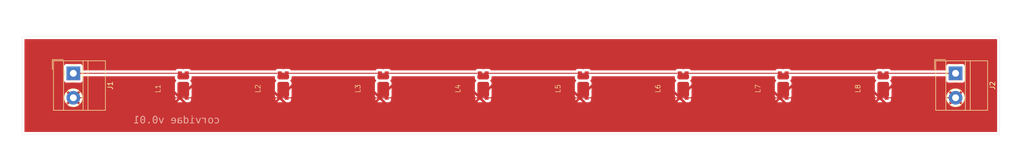
<source format=kicad_pcb>
(kicad_pcb (version 20240108) (generator "pcbnew") (generator_version "8.0")
  (layers (0 "F.Cu" signal) (31 "B.Cu" signal) (34 "B.Paste" user) (35 "F.Paste" user) (36 "B.SilkS" user "B.Silkscreen") (37 "F.SilkS" user "F.Silkscreen") (38 "B.Mask" user) (39 "F.Mask" user) (44 "Edge.Cuts" user))
  (net 0 "")
  (net 1 "+3.3V")
  (net 2 "GND")
  (footprint "TerminalBlock_MetzConnect:TerminalBlock_MetzConnect_Type011_RT05502HBWC_1x02_P5.00mm_Horizontal" (layer "F.Cu") (at 250.5 51 -90)
    (property "Reference" "J2" (at 2.5 -7.56 90) (layer "F.SilkS"))
    (property "Value" "Screw_Terminal_01x02")
    (fp_line (start -2.8 4.3) (end -0.8 4.3) (stroke (width 0.12)) (layer "F.SilkS"))
    (fp_line (start -2.56 4.06) (end 7.56 4.06) (stroke (width 0.12)) (layer "F.SilkS"))
    (fp_line (start -2.8 2.06) (end -2.8 4.3) (stroke (width 0.12)) (layer "F.SilkS"))
    (fp_line (start -2.56 2) (end 7.56 2) (stroke (width 0.12)) (layer "F.SilkS"))
    (fp_line (start 3.892 1.325) (end 3.868 1.35) (stroke (width 0.12)) (layer "F.SilkS"))
    (fp_line (start 3.7 1.083) (end 3.65 1.133) (stroke (width 0.12)) (layer "F.SilkS"))
    (fp_line (start 6.35 -1.133) (end 6.301 -1.083) (stroke (width 0.12)) (layer "F.SilkS"))
    (fp_line (start 6.133 -1.35) (end 6.108 -1.326) (stroke (width 0.12)) (layer "F.SilkS"))
    (fp_line (start -2.56 -2) (end 7.56 -2) (stroke (width 0.12)) (layer "F.SilkS"))
    (fp_line (start -2.56 -3) (end 7.56 -3) (stroke (width 0.12)) (layer "F.SilkS"))
    (fp_line (start -2.56 -6.56) (end -2.56 4.06) (stroke (width 0.12)) (layer "F.SilkS"))
    (fp_line (start -2.56 -6.56) (end 7.56 -6.56) (stroke (width 0.12)) (layer "F.SilkS"))
    (fp_line (start 7.56 -6.56) (end 7.56 4.06) (stroke (width 0.12)) (layer "F.SilkS"))
    (fp_arc (start 0.030814 1.78039) (mid -0.340023 1.747891) (end -0.696 1.639) (stroke (width 0.12)) (layer "F.SilkS"))
    (fp_arc (start 0.695501 1.638499) (mid 0.354875 1.744266) (end 0 1.78) (stroke (width 0.12)) (layer "F.SilkS"))
    (fp_arc (start -1.639206 0.695516) (mid -1.780657 -0.000263) (end -1.639 -0.696) (stroke (width 0.12)) (layer "F.SilkS"))
    (fp_arc (start 1.639206 -0.695516) (mid 1.780657 0.000263) (end 1.639 0.696) (stroke (width 0.12)) (layer "F.SilkS"))
    (fp_arc (start -0.695516 -1.639206) (mid 0.000263 -1.780657) (end 0.696 -1.639) (stroke (width 0.12)) (layer "F.SilkS"))
    (fp_circle (center 5 0) (end 6.78 0) (stroke (width 0.12)) (fill none) (layer "F.SilkS"))
    (pad "1" thru_hole rect (at 0 0 270) (size 2.8 2.8) (drill 1.4) (layers "*.Cu" "*.Mask") (net 1 "+3.3V"))
    (pad "2" thru_hole circle (at 5 0 270) (size 2.8 2.8) (drill 1.4) (layers "*.Cu" "*.Mask") (net 2 "GND"))
  )
  (footprint "dlaw:LED 5630" (layer "F.Cu") (at 153.864284 54.31 90)
    (property "Reference" "L4" (at 0.18 -5.18 90) (layer "F.SilkS") (effects (font (thickness 0.1))))
    (property "Value" "~")
    (pad "1" smd custom (at 3.31 -0.69 90) (size 0.8 0.8) (layers "F.Cu" "F.Paste" "F.Mask") (net 1 "+3.3V") (options (clearance outline) (anchor rect)) (primitives (gr_poly (pts (xy -1.25 -0.23) (xy -0.97 -0.51) (xy -0.41 -0.51) (xy -0.13 -0.23) (xy -0.13 1.61) (xy -0.41 1.89) (xy -0.97 1.89) (xy -1.25 1.61)) (width 0) (fill yes)) (gr_poly (pts (xy -0.4 0.98) (xy 0.4 0.98) (xy 0.4 1.78) (xy -0.4 1.78)) (width 0) (fill yes))))
    (pad "3" smd custom (at -1.7 -0.69 90) (size 0.8 0.8) (layers "F.Cu" "F.Paste" "F.Mask") (net 2 "GND") (options (clearance outline) (anchor rect)) (primitives (gr_poly (pts (xy 0.14 -0.222) (xy 0.428 -0.51) (xy 2.972 -0.51) (xy 3.26 -0.222) (xy 3.26 1.602) (xy 2.972 1.89) (xy 0.428 1.89) (xy 0.14 1.602)) (width 0) (fill yes)) (gr_poly (pts (xy -0.4 0.98) (xy 0.4 0.98) (xy 0.4 1.78) (xy -0.4 1.78)) (width 0) (fill yes))))
  )
  (footprint "dlaw:LED 5630" (layer "F.Cu") (at 174.320712 54.31 90)
    (property "Reference" "L5" (at 0.18 -5.18 90) (layer "F.SilkS") (effects (font (thickness 0.1))))
    (property "Value" "~")
    (pad "1" smd custom (at 3.31 -0.69 90) (size 0.8 0.8) (layers "F.Cu" "F.Paste" "F.Mask") (net 1 "+3.3V") (options (clearance outline) (anchor rect)) (primitives (gr_poly (pts (xy -1.25 -0.23) (xy -0.97 -0.51) (xy -0.41 -0.51) (xy -0.13 -0.23) (xy -0.13 1.61) (xy -0.41 1.89) (xy -0.97 1.89) (xy -1.25 1.61)) (width 0) (fill yes)) (gr_poly (pts (xy -0.4 0.98) (xy 0.4 0.98) (xy 0.4 1.78) (xy -0.4 1.78)) (width 0) (fill yes))))
    (pad "3" smd custom (at -1.7 -0.69 90) (size 0.8 0.8) (layers "F.Cu" "F.Paste" "F.Mask") (net 2 "GND") (options (clearance outline) (anchor rect)) (primitives (gr_poly (pts (xy 0.14 -0.222) (xy 0.428 -0.51) (xy 2.972 -0.51) (xy 3.26 -0.222) (xy 3.26 1.602) (xy 2.972 1.89) (xy 0.428 1.89) (xy 0.14 1.602)) (width 0) (fill yes)) (gr_poly (pts (xy -0.4 0.98) (xy 0.4 0.98) (xy 0.4 1.78) (xy -0.4 1.78)) (width 0) (fill yes))))
  )
  (footprint "dlaw:LED 5630" (layer "F.Cu") (at 194.77714 54.31 90)
    (property "Reference" "L6" (at 0.18 -5.18 90) (layer "F.SilkS") (effects (font (thickness 0.1))))
    (property "Value" "~")
    (pad "1" smd custom (at 3.31 -0.69 90) (size 0.8 0.8) (layers "F.Cu" "F.Paste" "F.Mask") (net 1 "+3.3V") (options (clearance outline) (anchor rect)) (primitives (gr_poly (pts (xy -1.25 -0.23) (xy -0.97 -0.51) (xy -0.41 -0.51) (xy -0.13 -0.23) (xy -0.13 1.61) (xy -0.41 1.89) (xy -0.97 1.89) (xy -1.25 1.61)) (width 0) (fill yes)) (gr_poly (pts (xy -0.4 0.98) (xy 0.4 0.98) (xy 0.4 1.78) (xy -0.4 1.78)) (width 0) (fill yes))))
    (pad "3" smd custom (at -1.7 -0.69 90) (size 0.8 0.8) (layers "F.Cu" "F.Paste" "F.Mask") (net 2 "GND") (options (clearance outline) (anchor rect)) (primitives (gr_poly (pts (xy 0.14 -0.222) (xy 0.428 -0.51) (xy 2.972 -0.51) (xy 3.26 -0.222) (xy 3.26 1.602) (xy 2.972 1.89) (xy 0.428 1.89) (xy 0.14 1.602)) (width 0) (fill yes)) (gr_poly (pts (xy -0.4 0.98) (xy 0.4 0.98) (xy 0.4 1.78) (xy -0.4 1.78)) (width 0) (fill yes))))
  )
  (footprint "dlaw:LED 5630" (layer "F.Cu") (at 133.407856 54.31 90)
    (property "Reference" "L3" (at 0.18 -5.18 90) (layer "F.SilkS") (effects (font (thickness 0.1))))
    (property "Value" "~")
    (pad "1" smd custom (at 3.31 -0.69 90) (size 0.8 0.8) (layers "F.Cu" "F.Paste" "F.Mask") (net 1 "+3.3V") (options (clearance outline) (anchor rect)) (primitives (gr_poly (pts (xy -1.25 -0.23) (xy -0.97 -0.51) (xy -0.41 -0.51) (xy -0.13 -0.23) (xy -0.13 1.61) (xy -0.41 1.89) (xy -0.97 1.89) (xy -1.25 1.61)) (width 0) (fill yes)) (gr_poly (pts (xy -0.4 0.98) (xy 0.4 0.98) (xy 0.4 1.78) (xy -0.4 1.78)) (width 0) (fill yes))))
    (pad "3" smd custom (at -1.7 -0.69 90) (size 0.8 0.8) (layers "F.Cu" "F.Paste" "F.Mask") (net 2 "GND") (options (clearance outline) (anchor rect)) (primitives (gr_poly (pts (xy 0.14 -0.222) (xy 0.428 -0.51) (xy 2.972 -0.51) (xy 3.26 -0.222) (xy 3.26 1.602) (xy 2.972 1.89) (xy 0.428 1.89) (xy 0.14 1.602)) (width 0) (fill yes)) (gr_poly (pts (xy -0.4 0.98) (xy 0.4 0.98) (xy 0.4 1.78) (xy -0.4 1.78)) (width 0) (fill yes))))
  )
  (footprint "dlaw:LED 5630" (layer "F.Cu") (at 112.951428 54.31 90)
    (property "Reference" "L2" (at 0.18 -5.18 90) (layer "F.SilkS") (effects (font (thickness 0.1))))
    (property "Value" "~")
    (pad "1" smd custom (at 3.31 -0.69 90) (size 0.8 0.8) (layers "F.Cu" "F.Paste" "F.Mask") (net 1 "+3.3V") (options (clearance outline) (anchor rect)) (primitives (gr_poly (pts (xy -1.25 -0.23) (xy -0.97 -0.51) (xy -0.41 -0.51) (xy -0.13 -0.23) (xy -0.13 1.61) (xy -0.41 1.89) (xy -0.97 1.89) (xy -1.25 1.61)) (width 0) (fill yes)) (gr_poly (pts (xy -0.4 0.98) (xy 0.4 0.98) (xy 0.4 1.78) (xy -0.4 1.78)) (width 0) (fill yes))))
    (pad "3" smd custom (at -1.7 -0.69 90) (size 0.8 0.8) (layers "F.Cu" "F.Paste" "F.Mask") (net 2 "GND") (options (clearance outline) (anchor rect)) (primitives (gr_poly (pts (xy 0.14 -0.222) (xy 0.428 -0.51) (xy 2.972 -0.51) (xy 3.26 -0.222) (xy 3.26 1.602) (xy 2.972 1.89) (xy 0.428 1.89) (xy 0.14 1.602)) (width 0) (fill yes)) (gr_poly (pts (xy -0.4 0.98) (xy 0.4 0.98) (xy 0.4 1.78) (xy -0.4 1.78)) (width 0) (fill yes))))
  )
  (footprint "dlaw:LED 5630" (layer "F.Cu") (at 235.69 54.31 90)
    (property "Reference" "L8" (at 0.18 -5.18 90) (layer "F.SilkS") (effects (font (thickness 0.1))))
    (property "Value" "~")
    (pad "1" smd custom (at 3.31 -0.69 90) (size 0.8 0.8) (layers "F.Cu" "F.Paste" "F.Mask") (net 1 "+3.3V") (options (clearance outline) (anchor rect)) (primitives (gr_poly (pts (xy -1.25 -0.23) (xy -0.97 -0.51) (xy -0.41 -0.51) (xy -0.13 -0.23) (xy -0.13 1.61) (xy -0.41 1.89) (xy -0.97 1.89) (xy -1.25 1.61)) (width 0) (fill yes)) (gr_poly (pts (xy -0.4 0.98) (xy 0.4 0.98) (xy 0.4 1.78) (xy -0.4 1.78)) (width 0) (fill yes))))
    (pad "3" smd custom (at -1.7 -0.69 90) (size 0.8 0.8) (layers "F.Cu" "F.Paste" "F.Mask") (net 2 "GND") (options (clearance outline) (anchor rect)) (primitives (gr_poly (pts (xy 0.14 -0.222) (xy 0.428 -0.51) (xy 2.972 -0.51) (xy 3.26 -0.222) (xy 3.26 1.602) (xy 2.972 1.89) (xy 0.428 1.89) (xy 0.14 1.602)) (width 0) (fill yes)) (gr_poly (pts (xy -0.4 0.98) (xy 0.4 0.98) (xy 0.4 1.78) (xy -0.4 1.78)) (width 0) (fill yes))))
  )
  (footprint "dlaw:LED 5630" (layer "F.Cu") (at 215.233568 54.31 90)
    (property "Reference" "L7" (at 0.18 -5.18 90) (layer "F.SilkS") (effects (font (thickness 0.1))))
    (property "Value" "~")
    (pad "1" smd custom (at 3.31 -0.69 90) (size 0.8 0.8) (layers "F.Cu" "F.Paste" "F.Mask") (net 1 "+3.3V") (options (clearance outline) (anchor rect)) (primitives (gr_poly (pts (xy -1.25 -0.23) (xy -0.97 -0.51) (xy -0.41 -0.51) (xy -0.13 -0.23) (xy -0.13 1.61) (xy -0.41 1.89) (xy -0.97 1.89) (xy -1.25 1.61)) (width 0) (fill yes)) (gr_poly (pts (xy -0.4 0.98) (xy 0.4 0.98) (xy 0.4 1.78) (xy -0.4 1.78)) (width 0) (fill yes))))
    (pad "3" smd custom (at -1.7 -0.69 90) (size 0.8 0.8) (layers "F.Cu" "F.Paste" "F.Mask") (net 2 "GND") (options (clearance outline) (anchor rect)) (primitives (gr_poly (pts (xy 0.14 -0.222) (xy 0.428 -0.51) (xy 2.972 -0.51) (xy 3.26 -0.222) (xy 3.26 1.602) (xy 2.972 1.89) (xy 0.428 1.89) (xy 0.14 1.602)) (width 0) (fill yes)) (gr_poly (pts (xy -0.4 0.98) (xy 0.4 0.98) (xy 0.4 1.78) (xy -0.4 1.78)) (width 0) (fill yes))))
  )
  (footprint "dlaw:LED 5630" (layer "F.Cu") (at 92.495 54.31 90)
    (property "Reference" "L1" (at 0.18 -5.18 90) (layer "F.SilkS") (effects (font (thickness 0.1))))
    (property "Value" "~")
    (pad "1" smd custom (at 3.31 -0.69 90) (size 0.8 0.8) (layers "F.Cu" "F.Paste" "F.Mask") (net 1 "+3.3V") (options (clearance outline) (anchor rect)) (primitives (gr_poly (pts (xy -1.25 -0.23) (xy -0.97 -0.51) (xy -0.41 -0.51) (xy -0.13 -0.23) (xy -0.13 1.61) (xy -0.41 1.89) (xy -0.97 1.89) (xy -1.25 1.61)) (width 0) (fill yes)) (gr_poly (pts (xy -0.4 0.98) (xy 0.4 0.98) (xy 0.4 1.78) (xy -0.4 1.78)) (width 0) (fill yes))))
    (pad "3" smd custom (at -1.7 -0.69 90) (size 0.8 0.8) (layers "F.Cu" "F.Paste" "F.Mask") (net 2 "GND") (options (clearance outline) (anchor rect)) (primitives (gr_poly (pts (xy 0.14 -0.222) (xy 0.428 -0.51) (xy 2.972 -0.51) (xy 3.26 -0.222) (xy 3.26 1.602) (xy 2.972 1.89) (xy 0.428 1.89) (xy 0.14 1.602)) (width 0) (fill yes)) (gr_poly (pts (xy -0.4 0.98) (xy 0.4 0.98) (xy 0.4 1.78) (xy -0.4 1.78)) (width 0) (fill yes))))
  )
  (footprint "TerminalBlock_MetzConnect:TerminalBlock_MetzConnect_Type011_RT05502HBWC_1x02_P5.00mm_Horizontal" (layer "F.Cu") (at 70 51 -90)
    (property "Reference" "J1" (at 2.5 -7.56 90) (layer "F.SilkS"))
    (property "Value" "Screw_Terminal_01x02")
    (fp_line (start -2.8 4.3) (end -0.8 4.3) (stroke (width 0.12)) (layer "F.SilkS"))
    (fp_line (start -2.56 4.06) (end 7.56 4.06) (stroke (width 0.12)) (layer "F.SilkS"))
    (fp_line (start -2.8 2.06) (end -2.8 4.3) (stroke (width 0.12)) (layer "F.SilkS"))
    (fp_line (start -2.56 2) (end 7.56 2) (stroke (width 0.12)) (layer "F.SilkS"))
    (fp_line (start 3.892 1.325) (end 3.868 1.35) (stroke (width 0.12)) (layer "F.SilkS"))
    (fp_line (start 3.7 1.083) (end 3.65 1.133) (stroke (width 0.12)) (layer "F.SilkS"))
    (fp_line (start 6.35 -1.133) (end 6.301 -1.083) (stroke (width 0.12)) (layer "F.SilkS"))
    (fp_line (start 6.133 -1.35) (end 6.108 -1.326) (stroke (width 0.12)) (layer "F.SilkS"))
    (fp_line (start -2.56 -2) (end 7.56 -2) (stroke (width 0.12)) (layer "F.SilkS"))
    (fp_line (start -2.56 -3) (end 7.56 -3) (stroke (width 0.12)) (layer "F.SilkS"))
    (fp_line (start -2.56 -6.56) (end -2.56 4.06) (stroke (width 0.12)) (layer "F.SilkS"))
    (fp_line (start -2.56 -6.56) (end 7.56 -6.56) (stroke (width 0.12)) (layer "F.SilkS"))
    (fp_line (start 7.56 -6.56) (end 7.56 4.06) (stroke (width 0.12)) (layer "F.SilkS"))
    (fp_arc (start 0.030814 1.78039) (mid -0.340023 1.747891) (end -0.696 1.639) (stroke (width 0.12)) (layer "F.SilkS"))
    (fp_arc (start 0.695501 1.638499) (mid 0.354875 1.744266) (end 0 1.78) (stroke (width 0.12)) (layer "F.SilkS"))
    (fp_arc (start -1.639206 0.695516) (mid -1.780657 -0.000263) (end -1.639 -0.696) (stroke (width 0.12)) (layer "F.SilkS"))
    (fp_arc (start 1.639206 -0.695516) (mid 1.780657 0.000263) (end 1.639 0.696) (stroke (width 0.12)) (layer "F.SilkS"))
    (fp_arc (start -0.695516 -1.639206) (mid 0.000263 -1.780657) (end 0.696 -1.639) (stroke (width 0.12)) (layer "F.SilkS"))
    (fp_circle (center 5 0) (end 6.78 0) (stroke (width 0.12)) (fill none) (layer "F.SilkS"))
    (pad "1" thru_hole rect (at 0 0 270) (size 2.8 2.8) (drill 1.4) (layers "*.Cu" "*.Mask") (net 1 "+3.3V"))
    (pad "2" thru_hole circle (at 5 0 270) (size 2.8 2.8) (drill 1.4) (layers "*.Cu" "*.Mask") (net 2 "GND"))
  )
  (gr_rect (start 59.5 43.5) (end 259.5 63.5) (stroke (width 0.05)) (fill none) (layer "Edge.Cuts"))
  (gr_text "corvidae v0.01" (at 100 61.5 0) (layer "B.SilkS") (effects (font (size 1.5 1.5) (thickness 0.1875)) (justify left bottom mirror)))
  (segment (start 113 51) (end 132.717856 51) (width 0.2) (layer "F.Cu") (net 1))
  (segment (start 91.805 51) (end 113 51) (width 0.2) (layer "F.Cu") (net 1))
  (segment (start 70 51) (end 91.805 51) (width 0.2) (layer "F.Cu") (net 1))
  (segment (start 250.5 51) (end 235 51) (width 0.2) (layer "F.Cu") (net 1))
  (segment (start 112.261428 51) (end 113 51) (width 0.2) (layer "F.Cu") (net 1))
  (segment (start 173.630712 51) (end 153.174284 51) (width 0.2) (layer "F.Cu") (net 1))
  (segment (start 194.08714 51) (end 173.630712 51) (width 0.2) (layer "F.Cu") (net 1))
  (segment (start 153.174284 51) (end 132.717856 51) (width 0.2) (layer "F.Cu") (net 1))
  (segment (start 214.543568 51) (end 194.08714 51) (width 0.2) (layer "F.Cu") (net 1))
  (segment (start 214.543568 51) (end 235 51) (width 0.2) (layer "F.Cu") (net 1))
  (segment (start 91.795 56) (end 91.805 56.01) (width 0.2) (layer "F.Cu") (net 2))
  (segment (start 235.49 56.01) (end 235.5 56) (width 0.2) (layer "F.Cu") (net 2))
  (segment (start 214.543568 56.01) (end 235 56.01) (width 0.2) (layer "F.Cu") (net 2))
  (segment (start 173.630712 56.01) (end 194.08714 56.01) (width 0.2) (layer "F.Cu") (net 2))
  (segment (start 112.261428 56.01) (end 132.717856 56.01) (width 0.2) (layer "F.Cu") (net 2))
  (segment (start 194.08714 56.01) (end 214.543568 56.01) (width 0.2) (layer "F.Cu") (net 2))
  (segment (start 91.805 56.01) (end 112.261428 56.01) (width 0.2) (layer "F.Cu") (net 2))
  (segment (start 235.5 56) (end 250.5 56) (width 0.2) (layer "F.Cu") (net 2))
  (segment (start 153.174284 56.01) (end 173.630712 56.01) (width 0.2) (layer "F.Cu") (net 2))
  (segment (start 132.717856 56.01) (end 153.174284 56.01) (width 0.2) (layer "F.Cu") (net 2))
  (segment (start 235 56.01) (end 235.49 56.01) (width 0.2) (layer "F.Cu") (net 2))
  (segment (start 70 56) (end 91.795 56) (width 0.2) (layer "F.Cu") (net 2))
  (zone (net 2) (net_name "GND") (layer "F.Cu") (connect_pads (clearance 0.5)) (min_thickness 0.25) (fill yes (thermal_gap 0.5) (thermal_bridge_width 0.5))
    (polygon (pts (xy 55 36) (xy 264.5 36) (xy 264.5 67.5) (xy 55 67.5) (xy 55 36.5)))
  )
)
</source>
